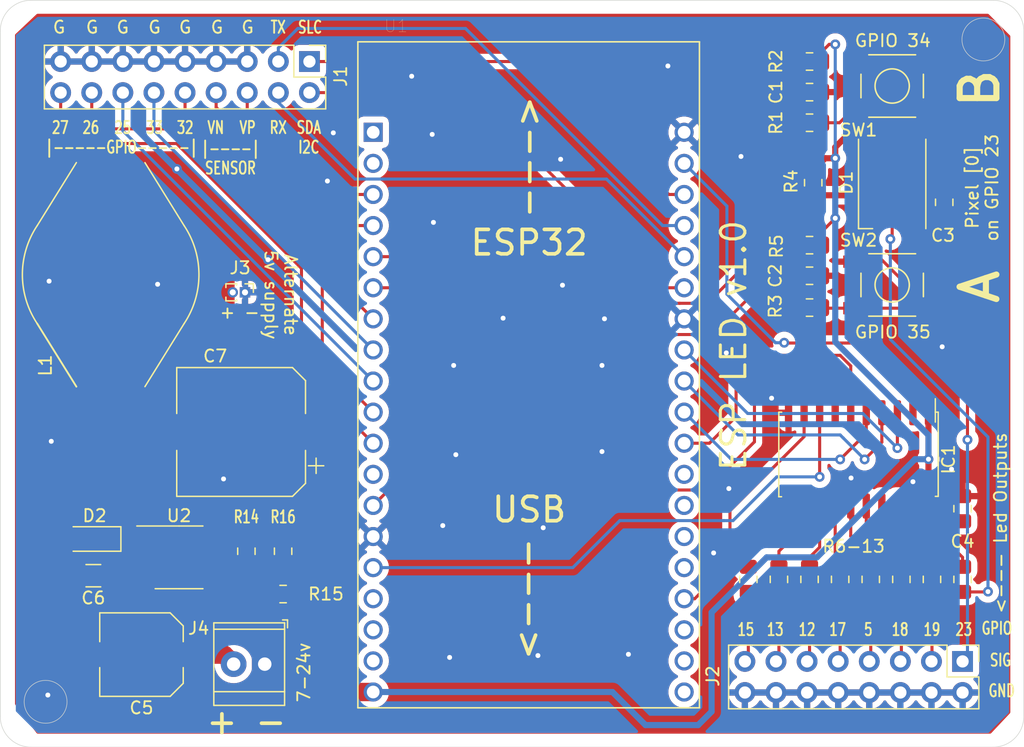
<source format=kicad_pcb>
(kicad_pcb (version 20200119) (host pcbnew "(5.99.0-1157-ga17a78e42)")
  (layers (0 "F.Cu" signal hide) (31 "B.Cu" signal hide) (34 "B.Paste" user) (35 "F.Paste" user) (36 "B.SilkS" user) (37 "F.SilkS" user) (38 "B.Mask" user) (39 "F.Mask" user) (44 "Edge.Cuts" user))
  (net 0 "")
  (net 1 "GND")
  (net 2 "+24V")
  (net 3 "Net-(C6-Pad1)")
  (net 4 "+5V")
  (net 5 "Net-(D1-Pad1)")
  (net 6 "Net-(D1-Pad2)")
  (net 7 "Net-(C3-Pad1)")
  (net 8 "Net-(D1-Pad4)")
  (net 9 "Net-(D2-Pad1)")
  (net 10 "Net-(C1-Pad1)")
  (net 11 "Net-(R1-Pad1)")
  (net 12 "Net-(C2-Pad1)")
  (net 13 "Net-(R3-Pad1)")
  (net 14 "Net-(IC1-Pad18)")
  (net 15 "Net-(J2-Pad3)")
  (net 16 "Net-(IC1-Pad17)")
  (net 17 "Net-(J2-Pad5)")
  (net 18 "Net-(IC1-Pad16)")
  (net 19 "Net-(J2-Pad7)")
  (net 20 "Net-(IC1-Pad15)")
  (net 21 "Net-(J2-Pad9)")
  (net 22 "Net-(IC1-Pad14)")
  (net 23 "Net-(J2-Pad11)")
  (net 24 "Net-(IC1-Pad13)")
  (net 25 "Net-(J2-Pad13)")
  (net 26 "Net-(IC1-Pad12)")
  (net 27 "Net-(J2-Pad15)")
  (net 28 "Net-(IC1-Pad11)")
  (net 29 "Net-(R14-Pad2)")
  (net 30 "Net-(R15-Pad1)")
  (net 31 "Net-(U1-Pad38)")
  (net 32 "Net-(U1-Pad37)")
  (net 33 "Net-(U1-Pad36)")
  (net 34 "Net-(IC1-Pad9)")
  (net 35 "Net-(U1-Pad34)")
  (net 36 "Net-(U1-Pad33)")
  (net 37 "Net-(U1-Pad32)")
  (net 38 "Net-(U1-Pad31)")
  (net 39 "Net-(IC1-Pad6)")
  (net 40 "Net-(IC1-Pad5)")
  (net 41 "Net-(IC1-Pad4)")
  (net 42 "Net-(IC1-Pad3)")
  (net 43 "Net-(J1-Pad16)")
  (net 44 "Net-(J1-Pad18)")
  (net 45 "Net-(IC1-Pad2)")
  (net 46 "Net-(U1-Pad18)")
  (net 47 "Net-(U1-Pad17)")
  (net 48 "Net-(U1-Pad16)")
  (net 49 "Net-(IC1-Pad8)")
  (net 50 "Net-(IC1-Pad7)")
  (net 51 "Net-(J1-Pad14)")
  (net 52 "Net-(J1-Pad12)")
  (net 53 "Net-(J1-Pad10)")
  (net 54 "Net-(J1-Pad8)")
  (net 55 "Net-(J1-Pad6)")
  (net 56 "Net-(J1-Pad4)")
  (net 57 "Net-(J1-Pad2)")
  (net 58 "Net-(U1-Pad2)")
  (net 59 "Net-(U1-Pad1)")
  (net 60 "Net-(U1-Pad12)")
  (net 61 "Net-(J1-Pad3)")
  (net 62 "Net-(J1-Pad1)")
  (module "ESP32-DEVKITC-32D:MODULE_ESP32-DEVKITC-32D" (layer "F.Cu") (at 135.057225 80.04)
    (fp_text reference "U1" (at -10.829175 -28.446045) (layer "F.SilkS") (effects (font (size 1.000386 1.000386) (thickness 0.015))))
    (fp_text value "ESP32-DEVKITC-32D")
    (pad "38" thru_hole circle (at 12.7 25.96) (size 1.56 1.56) (drill 1.04) (layers *.Cu *.Mask) (net 31 "Net-(U1-Pad38)"))
    (pad "37" thru_hole circle (at 12.7 23.42) (size 1.56 1.56) (drill 1.04) (layers *.Cu *.Mask) (net 32 "Net-(U1-Pad37)"))
    (pad "36" thru_hole circle (at 12.7 20.88) (size 1.56 1.56) (drill 1.04) (layers *.Cu *.Mask) (net 33 "Net-(U1-Pad36)"))
    (pad "35" thru_hole circle (at 12.7 18.34) (size 1.56 1.56) (drill 1.04) (layers *.Cu *.Mask) (net 34 "Net-(IC1-Pad9)"))
    (pad "34" thru_hole circle (at 12.7 15.8) (size 1.56 1.56) (drill 1.04) (layers *.Cu *.Mask) (net 35 "Net-(U1-Pad34)"))
    (pad "33" thru_hole circle (at 12.7 13.26) (size 1.56 1.56) (drill 1.04) (layers *.Cu *.Mask) (net 36 "Net-(U1-Pad33)"))
    (pad "32" thru_hole circle (at 12.7 10.72) (size 1.56 1.56) (drill 1.04) (layers *.Cu *.Mask) (net 37 "Net-(U1-Pad32)"))
    (pad "31" thru_hole circle (at 12.7 8.18) (size 1.56 1.56) (drill 1.04) (layers *.Cu *.Mask) (net 38 "Net-(U1-Pad31)"))
    (pad "30" thru_hole circle (at 12.7 5.64) (size 1.56 1.56) (drill 1.04) (layers *.Cu *.Mask) (net 39 "Net-(IC1-Pad6)"))
    (pad "29" thru_hole circle (at 12.7 3.1) (size 1.56 1.56) (drill 1.04) (layers *.Cu *.Mask) (net 40 "Net-(IC1-Pad5)"))
    (pad "28" thru_hole circle (at 12.7 0.56) (size 1.56 1.56) (drill 1.04) (layers *.Cu *.Mask) (net 41 "Net-(IC1-Pad4)"))
    (pad "27" thru_hole circle (at 12.7 -1.98) (size 1.56 1.56) (drill 1.04) (layers *.Cu *.Mask) (net 42 "Net-(IC1-Pad3)"))
    (pad "26" thru_hole circle (at 12.7 -4.52) (size 1.56 1.56) (drill 1.04) (layers *.Cu *.Mask) (net 1 "GND"))
    (pad "25" thru_hole circle (at 12.7 -7.06) (size 1.56 1.56) (drill 1.04) (layers *.Cu *.Mask) (net 57 "Net-(J1-Pad2)"))
    (pad "24" thru_hole circle (at 12.7 -9.6) (size 1.56 1.56) (drill 1.04) (layers *.Cu *.Mask) (net 56 "Net-(J1-Pad4)"))
    (pad "23" thru_hole circle (at 12.7 -12.14) (size 1.56 1.56) (drill 1.04) (layers *.Cu *.Mask) (net 61 "Net-(J1-Pad3)"))
    (pad "22" thru_hole circle (at 12.7 -14.68) (size 1.56 1.56) (drill 1.04) (layers *.Cu *.Mask) (net 62 "Net-(J1-Pad1)"))
    (pad "21" thru_hole circle (at 12.7 -17.22) (size 1.56 1.56) (drill 1.04) (layers *.Cu *.Mask) (net 45 "Net-(IC1-Pad2)"))
    (pad "20" thru_hole circle (at 12.7 -19.76) (size 1.56 1.56) (drill 1.04) (layers *.Cu *.Mask) (net 1 "GND"))
    (pad "18" thru_hole circle (at -12.7 23.42) (size 1.56 1.56) (drill 1.04) (layers *.Cu *.Mask) (net 46 "Net-(U1-Pad18)"))
    (pad "17" thru_hole circle (at -12.7 20.88) (size 1.56 1.56) (drill 1.04) (layers *.Cu *.Mask) (net 47 "Net-(U1-Pad17)"))
    (pad "16" thru_hole circle (at -12.7 18.34) (size 1.56 1.56) (drill 1.04) (layers *.Cu *.Mask) (net 48 "Net-(U1-Pad16)"))
    (pad "15" thru_hole circle (at -12.7 15.8) (size 1.56 1.56) (drill 1.04) (layers *.Cu *.Mask) (net 49 "Net-(IC1-Pad8)"))
    (pad "14" thru_hole circle (at -12.7 13.26) (size 1.56 1.56) (drill 1.04) (layers *.Cu *.Mask) (net 1 "GND"))
    (pad "13" thru_hole circle (at -12.7 10.72) (size 1.56 1.56) (drill 1.04) (layers *.Cu *.Mask) (net 50 "Net-(IC1-Pad7)"))
    (pad "12" thru_hole circle (at -12.7 8.18) (size 1.56 1.56) (drill 1.04) (layers *.Cu *.Mask) (net 60 "Net-(U1-Pad12)"))
    (pad "11" thru_hole circle (at -12.7 5.64) (size 1.56 1.56) (drill 1.04) (layers *.Cu *.Mask) (net 44 "Net-(J1-Pad18)"))
    (pad "10" thru_hole circle (at -12.7 3.1) (size 1.56 1.56) (drill 1.04) (layers *.Cu *.Mask) (net 43 "Net-(J1-Pad16)"))
    (pad "9" thru_hole circle (at -12.7 0.56) (size 1.56 1.56) (drill 1.04) (layers *.Cu *.Mask) (net 51 "Net-(J1-Pad14)"))
    (pad "8" thru_hole circle (at -12.7 -1.98) (size 1.56 1.56) (drill 1.04) (layers *.Cu *.Mask) (net 52 "Net-(J1-Pad12)"))
    (pad "7" thru_hole circle (at -12.7 -4.52) (size 1.56 1.56) (drill 1.04) (layers *.Cu *.Mask) (net 53 "Net-(J1-Pad10)"))
    (pad "6" thru_hole circle (at -12.7 -7.06) (size 1.56 1.56) (drill 1.04) (layers *.Cu *.Mask) (net 12 "Net-(C2-Pad1)"))
    (pad "5" thru_hole circle (at -12.7 -9.6) (size 1.56 1.56) (drill 1.04) (layers *.Cu *.Mask) (net 10 "Net-(C1-Pad1)"))
    (pad "4" thru_hole circle (at -12.7 -12.14) (size 1.56 1.56) (drill 1.04) (layers *.Cu *.Mask) (net 54 "Net-(J1-Pad8)"))
    (pad "3" thru_hole circle (at -12.7 -14.68) (size 1.56 1.56) (drill 1.04) (layers *.Cu *.Mask) (net 55 "Net-(J1-Pad6)"))
    (pad "19" thru_hole circle (at -12.7 25.96) (size 1.56 1.56) (drill 1.04) (layers *.Cu *.Mask) (net 4 "+5V"))
    (pad "2" thru_hole circle (at -12.7 -17.22) (size 1.56 1.56) (drill 1.04) (layers *.Cu *.Mask) (net 58 "Net-(U1-Pad2)"))
    (pad "1" thru_hole rect (at -12.7 -19.76) (size 1.56 1.56) (drill 1.04) (layers *.Cu *.Mask) (net 59 "Net-(U1-Pad1)"))
  )
  (module "74HCD245:SOIC-20W_7.5x10.0mm_P1.27mm" (layer "F.Cu") (at 162 87 -90)
    (fp_text reference "IC1" (at 0 -7.35 90) (layer "F.SilkS"))
    (fp_text value "74HCT245")
    (pad "20" smd roundrect (at 3.81 -5.715 270) (size 2.05 0.6) (layers "F.Cu" "F.Paste" "F.Mask") (net 4 "+5V"))
    (pad "19" smd roundrect (at 3.81 -4.445 270) (size 2.05 0.6) (layers "F.Cu" "F.Paste" "F.Mask") (net 1 "GND"))
    (pad "18" smd roundrect (at 3.81 -3.175 270) (size 2.05 0.6) (layers "F.Cu" "F.Paste" "F.Mask") (net 14 "Net-(IC1-Pad18)"))
    (pad "17" smd roundrect (at 3.81 -1.905 270) (size 2.05 0.6) (layers "F.Cu" "F.Paste" "F.Mask") (net 16 "Net-(IC1-Pad17)"))
    (pad "16" smd roundrect (at 3.81 -0.635 270) (size 2.05 0.6) (layers "F.Cu" "F.Paste" "F.Mask") (net 18 "Net-(IC1-Pad16)"))
    (pad "15" smd roundrect (at 3.81 0.635 270) (size 2.05 0.6) (layers "F.Cu" "F.Paste" "F.Mask") (net 20 "Net-(IC1-Pad15)"))
    (pad "14" smd roundrect (at 3.81 1.905 270) (size 2.05 0.6) (layers "F.Cu" "F.Paste" "F.Mask") (net 22 "Net-(IC1-Pad14)"))
    (pad "13" smd roundrect (at 3.81 3.175 270) (size 2.05 0.6) (layers "F.Cu" "F.Paste" "F.Mask") (net 24 "Net-(IC1-Pad13)"))
    (pad "12" smd roundrect (at 3.81 4.445 270) (size 2.05 0.6) (layers "F.Cu" "F.Paste" "F.Mask") (net 26 "Net-(IC1-Pad12)"))
    (pad "11" smd roundrect (at 3.81 5.715 270) (size 2.05 0.6) (layers "F.Cu" "F.Paste" "F.Mask") (net 28 "Net-(IC1-Pad11)"))
    (pad "10" smd roundrect (at -3.81 5.715 270) (size 2.05 0.6) (layers "F.Cu" "F.Paste" "F.Mask") (net 1 "GND"))
    (pad "9" smd roundrect (at -3.81 4.445 270) (size 2.05 0.6) (layers "F.Cu" "F.Paste" "F.Mask") (net 34 "Net-(IC1-Pad9)"))
    (pad "8" smd roundrect (at -3.81 3.175 270) (size 2.05 0.6) (layers "F.Cu" "F.Paste" "F.Mask") (net 49 "Net-(IC1-Pad8)"))
    (pad "7" smd roundrect (at -3.81 1.905 270) (size 2.05 0.6) (layers "F.Cu" "F.Paste" "F.Mask") (net 50 "Net-(IC1-Pad7)"))
    (pad "6" smd roundrect (at -3.81 0.635 270) (size 2.05 0.6) (layers "F.Cu" "F.Paste" "F.Mask") (net 39 "Net-(IC1-Pad6)"))
    (pad "5" smd roundrect (at -3.81 -0.635 270) (size 2.05 0.6) (layers "F.Cu" "F.Paste" "F.Mask") (net 40 "Net-(IC1-Pad5)"))
    (pad "4" smd roundrect (at -3.81 -1.905 270) (size 2.05 0.6) (layers "F.Cu" "F.Paste" "F.Mask") (net 41 "Net-(IC1-Pad4)"))
    (pad "3" smd roundrect (at -3.81 -3.175 270) (size 2.05 0.6) (layers "F.Cu" "F.Paste" "F.Mask") (net 42 "Net-(IC1-Pad3)"))
    (pad "2" smd roundrect (at -3.81 -4.445 270) (size 2.05 0.6) (layers "F.Cu" "F.Paste" "F.Mask") (net 45 "Net-(IC1-Pad2)"))
    (pad "1" smd roundrect (at -3.81 -5.715 270) (size 2.05 0.6) (layers "F.Cu" "F.Paste" "F.Mask") (net 4 "+5V"))
  )
  (module "Capacitor_SMD:C_Elec_6.3x7.7" (layer "F.Cu") (at 103.4313 102.9462 180)
    (fp_text reference "C5" (at 0 -4.35) (layer "F.SilkS"))
    (fp_text value "100uF")
    (pad "2" smd roundrect (at 2.5375 0 180) (size 3.325 1.6) (layers "F.Cu" "F.Paste" "F.Mask") (roundrect_rratio 0.15625) (net 1 "GND"))
    (pad "1" smd roundrect (at -2.5375 0 180) (size 3.325 1.6) (layers "F.Cu" "F.Paste" "F.Mask") (roundrect_rratio 0.15625) (net 2 "+24V"))
  )
  (module "Inductor_SMD:L_Bourns_SDR1806" (layer "F.Cu") (at 100.9142 71.906 90)
    (fp_text reference "L1" (at -7.4182 -5.334 90) (layer "F.SilkS"))
    (fp_text value "220uH")
    (pad "2" smd rect (at 7.85 0 270) (size 3 2.9) (layers "F.Cu" "F.Paste" "F.Mask") (net 4 "+5V"))
    (pad "1" smd rect (at -7.85 0 90) (size 3 2.9) (layers "F.Cu" "F.Paste" "F.Mask") (net 9 "Net-(D2-Pad1)"))
  )
  (module "Resistor_SMD:R_0805_2012Metric_Pad1.15x1.40mm_HandSolder" (layer "F.Cu") (at 155.5 96.8 -90)
    (fp_text reference "R12" hide)
    (fp_text value "100")
    (pad "2" smd roundrect (at 1.025 0 270) (size 1.15 1.4) (layers "F.Cu" "F.Paste" "F.Mask") (roundrect_rratio 0.217391) (net 25 "Net-(J2-Pad13)"))
    (pad "1" smd roundrect (at -1.025 0 270) (size 1.15 1.4) (layers "F.Cu" "F.Paste" "F.Mask") (roundrect_rratio 0.217391) (net 26 "Net-(IC1-Pad12)"))
  )
  (module "PTS525SM15SMTR2LFS:SW_PTS525SM15SMTR2LFS" (layer "F.Cu") (at 164.75 72.75)
    (fp_text reference "SW2" (at -2.75 -3.65) (layer "F.SilkS"))
    (fp_text value "SW_MEC_5G")
    (pad "4" smd rect (at 3.2 1.9) (size 1.6 1) (layers "F.Cu" "F.Paste" "F.Mask") (net 13 "Net-(R3-Pad1)"))
    (pad "3" smd rect (at -3.2 1.9) (size 1.6 1) (layers "F.Cu" "F.Paste" "F.Mask") (net 13 "Net-(R3-Pad1)"))
    (pad "2" smd rect (at 3.2 -1.9) (size 1.6 1) (layers "F.Cu" "F.Paste" "F.Mask") (net 1 "GND"))
    (pad "1" smd rect (at -3.2 -1.9) (size 1.6 1) (layers "F.Cu" "F.Paste" "F.Mask") (net 1 "GND"))
  )
  (module "PTS525SM15SMTR2LFS:SW_PTS525SM15SMTR2LFS" (layer "F.Cu") (at 164.75 56.5)
    (fp_text reference "SW1" (at -2.75 3.6 180) (layer "F.SilkS"))
    (fp_text value "SW_MEC_5G")
    (pad "4" smd rect (at 3.2 1.9) (size 1.6 1) (layers "F.Cu" "F.Paste" "F.Mask") (net 11 "Net-(R1-Pad1)"))
    (pad "3" smd rect (at -3.2 1.9) (size 1.6 1) (layers "F.Cu" "F.Paste" "F.Mask") (net 11 "Net-(R1-Pad1)"))
    (pad "2" smd rect (at 3.2 -1.9) (size 1.6 1) (layers "F.Cu" "F.Paste" "F.Mask") (net 1 "GND"))
    (pad "1" smd rect (at -3.2 -1.9) (size 1.6 1) (layers "F.Cu" "F.Paste" "F.Mask") (net 1 "GND"))
  )
  (module "Connector_PinHeader_2.54mm:PinHeader_2x08_P2.54mm_Vertical" (layer "F.Cu") (at 170.5 103.5 -90)
    (fp_text reference "J2" (at 1.2 20.4 90) (layer "F.SilkS"))
    (fp_text value "Conn_02x08_Odd_Even")
    (pad "16" thru_hole oval (at 2.54 17.78 270) (size 1.7 1.7) (drill 1) (layers *.Cu *.Mask) (net 1 "GND"))
    (pad "15" thru_hole oval (at 0 17.78 270) (size 1.7 1.7) (drill 1) (layers *.Cu *.Mask) (net 27 "Net-(J2-Pad15)"))
    (pad "14" thru_hole oval (at 2.54 15.24 270) (size 1.7 1.7) (drill 1) (layers *.Cu *.Mask) (net 1 "GND"))
    (pad "13" thru_hole oval (at 0 15.24 270) (size 1.7 1.7) (drill 1) (layers *.Cu *.Mask) (net 25 "Net-(J2-Pad13)"))
    (pad "12" thru_hole oval (at 2.54 12.7 270) (size 1.7 1.7) (drill 1) (layers *.Cu *.Mask) (net 1 "GND"))
    (pad "11" thru_hole oval (at 0 12.7 270) (size 1.7 1.7) (drill 1) (layers *.Cu *.Mask) (net 23 "Net-(J2-Pad11)"))
    (pad "10" thru_hole oval (at 2.54 10.16 270) (size 1.7 1.7) (drill 1) (layers *.Cu *.Mask) (net 1 "GND"))
    (pad "9" thru_hole oval (at 0 10.16 270) (size 1.7 1.7) (drill 1) (layers *.Cu *.Mask) (net 21 "Net-(J2-Pad9)"))
    (pad "8" thru_hole oval (at 2.54 7.62 270) (size 1.7 1.7) (drill 1) (layers *.Cu *.Mask) (net 1 "GND"))
    (pad "7" thru_hole oval (at 0 7.62 270) (size 1.7 1.7) (drill 1) (layers *.Cu *.Mask) (net 19 "Net-(J2-Pad7)"))
    (pad "6" thru_hole oval (at 2.54 5.08 270) (size 1.7 1.7) (drill 1) (layers *.Cu *.Mask) (net 1 "GND"))
    (pad "5" thru_hole oval (at 0 5.08 270) (size 1.7 1.7) (drill 1) (layers *.Cu *.Mask) (net 17 "Net-(J2-Pad5)"))
    (pad "4" thru_hole oval (at 2.54 2.54 270) (size 1.7 1.7) (drill 1) (layers *.Cu *.Mask) (net 1 "GND"))
    (pad "3" thru_hole oval (at 0 2.54 270) (size 1.7 1.7) (drill 1) (layers *.Cu *.Mask) (net 15 "Net-(J2-Pad3)"))
    (pad "2" thru_hole oval (at 2.54 0 270) (size 1.7 1.7) (drill 1) (layers *.Cu *.Mask) (net 1 "GND"))
    (pad "1" thru_hole rect (at 0 0 270) (size 1.7 1.7) (drill 1) (layers *.Cu *.Mask) (net 5 "Net-(D1-Pad1)"))
  )
  (module "Connector_PinHeader_2.54mm:PinHeader_2x09_P2.54mm_Vertical" (layer "F.Cu") (at 117.15 54.5 -90)
    (fp_text reference "J1" (at 1.2 -2.55 -90) (layer "F.SilkS"))
    (fp_text value "Conn_02x09_Odd_Even")
    (pad "18" thru_hole oval (at 2.54 20.32 270) (size 1.7 1.7) (drill 1) (layers *.Cu *.Mask) (net 44 "Net-(J1-Pad18)"))
    (pad "17" thru_hole oval (at 0 20.32 270) (size 1.7 1.7) (drill 1) (layers *.Cu *.Mask) (net 1 "GND"))
    (pad "16" thru_hole oval (at 2.54 17.78 270) (size 1.7 1.7) (drill 1) (layers *.Cu *.Mask) (net 43 "Net-(J1-Pad16)"))
    (pad "15" thru_hole oval (at 0 17.78 270) (size 1.7 1.7) (drill 1) (layers *.Cu *.Mask) (net 1 "GND"))
    (pad "14" thru_hole oval (at 2.54 15.24 270) (size 1.7 1.7) (drill 1) (layers *.Cu *.Mask) (net 51 "Net-(J1-Pad14)"))
    (pad "13" thru_hole oval (at 0 15.24 270) (size 1.7 1.7) (drill 1) (layers *.Cu *.Mask) (net 1 "GND"))
    (pad "12" thru_hole oval (at 2.54 12.7 270) (size 1.7 1.7) (drill 1) (layers *.Cu *.Mask) (net 52 "Net-(J1-Pad12)"))
    (pad "11" thru_hole oval (at 0 12.7 270) (size 1.7 1.7) (drill 1) (layers *.Cu *.Mask) (net 1 "GND"))
    (pad "10" thru_hole oval (at 2.54 10.16 270) (size 1.7 1.7) (drill 1) (layers *.Cu *.Mask) (net 53 "Net-(J1-Pad10)"))
    (pad "9" thru_hole oval (at 0 10.16 270) (size 1.7 1.7) (drill 1) (layers *.Cu *.Mask) (net 1 "GND"))
    (pad "8" thru_hole oval (at 2.54 7.62 270) (size 1.7 1.7) (drill 1) (layers *.Cu *.Mask) (net 54 "Net-(J1-Pad8)"))
    (pad "7" thru_hole oval (at 0 7.62 270) (size 1.7 1.7) (drill 1) (layers *.Cu *.Mask) (net 1 "GND"))
    (pad "6" thru_hole oval (at 2.54 5.08 270) (size 1.7 1.7) (drill 1) (layers *.Cu *.Mask) (net 55 "Net-(J1-Pad6)"))
    (pad "5" thru_hole oval (at 0 5.08 270) (size 1.7 1.7) (drill 1) (layers *.Cu *.Mask) (net 1 "GND"))
    (pad "4" thru_hole oval (at 2.54 2.54 270) (size 1.7 1.7) (drill 1) (layers *.Cu *.Mask) (net 56 "Net-(J1-Pad4)"))
    (pad "3" thru_hole oval (at 0 2.54 270) (size 1.7 1.7) (drill 1) (layers *.Cu *.Mask) (net 61 "Net-(J1-Pad3)"))
    (pad "2" thru_hole oval (at 2.54 0 270) (size 1.7 1.7) (drill 1) (layers *.Cu *.Mask) (net 57 "Net-(J1-Pad2)"))
    (pad "1" thru_hole rect (at 0 0 270) (size 1.7 1.7) (drill 1) (layers *.Cu *.Mask) (net 62 "Net-(J1-Pad1)"))
  )
  (module "Capacitor_SMD:C_0805_2012Metric_Pad1.15x1.40mm_HandSolder" (layer "F.Cu") (at 170.5 91.025 90)
    (fp_text reference "C4" (at -2.675 0 180) (layer "F.SilkS"))
    (fp_text value "1uF")
    (pad "2" smd roundrect (at 1.025 0 90) (size 1.15 1.4) (layers "F.Cu" "F.Paste" "F.Mask") (roundrect_rratio 0.217391) (net 1 "GND"))
    (pad "1" smd roundrect (at -1.025 0 90) (size 1.15 1.4) (layers "F.Cu" "F.Paste" "F.Mask") (roundrect_rratio 0.217391) (net 4 "+5V"))
  )
  (module "Capacitor_SMD:C_0805_2012Metric_Pad1.15x1.40mm_HandSolder" (layer "F.Cu") (at 169 66 90)
    (fp_text reference "C3" (at -2.7 -0.1 180) (layer "F.SilkS"))
    (fp_text value "0.1µF")
    (pad "2" smd roundrect (at 1.025 0 90) (size 1.15 1.4) (layers "F.Cu" "F.Paste" "F.Mask") (roundrect_rratio 0.217391) (net 1 "GND"))
    (pad "1" smd roundrect (at -1.025 0 90) (size 1.15 1.4) (layers "F.Cu" "F.Paste" "F.Mask") (roundrect_rratio 0.217391) (net 7 "Net-(C3-Pad1)"))
  )
  (module "Capacitor_SMD:C_0805_2012Metric_Pad1.15x1.40mm_HandSolder" (layer "F.Cu") (at 158 72)
    (fp_text reference "C2" (at -2.8 0 90) (layer "F.SilkS"))
    (fp_text value "0.1µF")
    (pad "2" smd roundrect (at 1.025 0) (size 1.15 1.4) (layers "F.Cu" "F.Paste" "F.Mask") (roundrect_rratio 0.217391) (net 1 "GND"))
    (pad "1" smd roundrect (at -1.025 0) (size 1.15 1.4) (layers "F.Cu" "F.Paste" "F.Mask") (roundrect_rratio 0.217391) (net 12 "Net-(C2-Pad1)"))
  )
  (module "Capacitor_SMD:C_0805_2012Metric_Pad1.15x1.40mm_HandSolder" (layer "F.Cu") (at 158 57)
    (fp_text reference "C1" (at -2.75 0 270) (layer "F.SilkS"))
    (fp_text value "0.1µF")
    (pad "2" smd roundrect (at 1.025 0) (size 1.15 1.4) (layers "F.Cu" "F.Paste" "F.Mask") (roundrect_rratio 0.217391) (net 1 "GND"))
    (pad "1" smd roundrect (at -1.025 0) (size 1.15 1.4) (layers "F.Cu" "F.Paste" "F.Mask") (roundrect_rratio 0.217391) (net 10 "Net-(C1-Pad1)"))
  )
  (module "TerminalBlock_TE-Connectivity:TerminalBlock_TE_282834-2_1x02_P2.54mm_Horizontal" (layer "F.Cu") (at 113.5 103.7228 180)
    (fp_text reference "J4" (at 5.4 2.9228) (layer "F.SilkS"))
    (fp_text value "24V Screw Term")
    (pad "2" thru_hole circle (at 2.54 0 180) (size 2.1 2.1) (drill 1.1) (layers *.Cu *.Mask) (net 2 "+24V"))
    (pad "1" thru_hole rect (at 0 0 180) (size 2.1 2.1) (drill 1.1) (layers *.Cu *.Mask) (net 1 "GND"))
  )
  (module "Package_SO:SOIC-8_3.9x4.9mm_P1.27mm" (layer "F.Cu") (at 106.5 95)
    (fp_text reference "U2" (at 0 -3.4) (layer "F.SilkS"))
    (fp_text value "MC33063AD")
    (pad "8" smd roundrect (at 2.475 -1.905) (size 1.95 0.6) (layers "F.Cu" "F.Paste" "F.Mask") (net 29 "Net-(R14-Pad2)"))
    (pad "7" smd roundrect (at 2.475 -0.635) (size 1.95 0.6) (layers "F.Cu" "F.Paste" "F.Mask") (net 29 "Net-(R14-Pad2)"))
    (pad "6" smd roundrect (at 2.475 0.635) (size 1.95 0.6) (layers "F.Cu" "F.Paste" "F.Mask") (net 2 "+24V"))
    (pad "5" smd roundrect (at 2.475 1.905) (size 1.95 0.6) (layers "F.Cu" "F.Paste" "F.Mask") (net 30 "Net-(R15-Pad1)"))
    (pad "4" smd roundrect (at -2.475 1.905) (size 1.95 0.6) (layers "F.Cu" "F.Paste" "F.Mask") (net 1 "GND"))
    (pad "3" smd roundrect (at -2.475 0.635) (size 1.95 0.6) (layers "F.Cu" "F.Paste" "F.Mask") (net 3 "Net-(C6-Pad1)"))
    (pad "2" smd roundrect (at -2.475 -0.635) (size 1.95 0.6) (layers "F.Cu" "F.Paste" "F.Mask") (net 9 "Net-(D2-Pad1)"))
    (pad "1" smd roundrect (at -2.475 -1.905) (size 1.95 0.6) (layers "F.Cu" "F.Paste" "F.Mask") (net 29 "Net-(R14-Pad2)"))
  )
  (module "Resistor_SMD:R_0805_2012Metric_Pad1.15x1.40mm_HandSolder" (layer "F.Cu") (at 115 94.5 90)
    (fp_text reference "R16" (at 2.8 0) (layer "F.SilkS") (effects (font (size 1 0.7))))
    (fp_text value "3.8K")
    (pad "2" smd roundrect (at 1.025 0 90) (size 1.15 1.4) (layers "F.Cu" "F.Paste" "F.Mask") (roundrect_rratio 0.217391) (net 4 "+5V"))
    (pad "1" smd roundrect (at -1.025 0 90) (size 1.15 1.4) (layers "F.Cu" "F.Paste" "F.Mask") (roundrect_rratio 0.217391) (net 30 "Net-(R15-Pad1)"))
  )
  (module "Resistor_SMD:R_0805_2012Metric_Pad1.15x1.40mm_HandSolder" (layer "F.Cu") (at 115 98)
    (fp_text reference "R15" (at 3.5 0) (layer "F.SilkS"))
    (fp_text value "1.2K")
    (pad "2" smd roundrect (at 1.025 0) (size 1.15 1.4) (layers "F.Cu" "F.Paste" "F.Mask") (roundrect_rratio 0.217391) (net 1 "GND"))
    (pad "1" smd roundrect (at -1.025 0) (size 1.15 1.4) (layers "F.Cu" "F.Paste" "F.Mask") (roundrect_rratio 0.217391) (net 30 "Net-(R15-Pad1)"))
  )
  (module "Resistor_SMD:R_0805_2012Metric_Pad1.15x1.40mm_HandSolder" (layer "F.Cu") (at 112 94.5 90)
    (fp_text reference "R14" (at 2.8 0 180) (layer "F.SilkS") (effects (font (size 1 0.7))))
    (fp_text value "0.33 ohms")
    (pad "2" smd roundrect (at 1.025 0 90) (size 1.15 1.4) (layers "F.Cu" "F.Paste" "F.Mask") (roundrect_rratio 0.217391) (net 29 "Net-(R14-Pad2)"))
    (pad "1" smd roundrect (at -1.025 0 90) (size 1.15 1.4) (layers "F.Cu" "F.Paste" "F.Mask") (roundrect_rratio 0.217391) (net 2 "+24V"))
  )
  (module "Resistor_SMD:R_0805_2012Metric_Pad1.15x1.40mm_HandSolder" (layer "F.Cu") (at 153 96.8 -90)
    (fp_text reference "R13" hide)
    (fp_text value "100")
    (pad "2" smd roundrect (at 1.025 0 270) (size 1.15 1.4) (layers "F.Cu" "F.Paste" "F.Mask") (roundrect_rratio 0.217391) (net 27 "Net-(J2-Pad15)"))
    (pad "1" smd roundrect (at -1.025 0 270) (size 1.15 1.4) (layers "F.Cu" "F.Paste" "F.Mask") (roundrect_rratio 0.217391) (net 28 "Net-(IC1-Pad11)"))
  )
  (module "Resistor_SMD:R_0805_2012Metric_Pad1.15x1.40mm_HandSolder" (layer "F.Cu") (at 158 96.8 -90)
    (fp_text reference "R11" hide)
    (fp_text value "100")
    (pad "2" smd roundrect (at 1.025 0 270) (size 1.15 1.4) (layers "F.Cu" "F.Paste" "F.Mask") (roundrect_rratio 0.217391) (net 23 "Net-(J2-Pad11)"))
    (pad "1" smd roundrect (at -1.025 0 270) (size 1.15 1.4) (layers "F.Cu" "F.Paste" "F.Mask") (roundrect_rratio 0.217391) (net 24 "Net-(IC1-Pad13)"))
  )
  (module "Resistor_SMD:R_0805_2012Metric_Pad1.15x1.40mm_HandSolder" (layer "F.Cu") (at 160.5 96.8 -90)
    (fp_text reference "R10" hide)
    (fp_text value "100")
    (pad "2" smd roundrect (at 1.025 0 270) (size 1.15 1.4) (layers "F.Cu" "F.Paste" "F.Mask") (roundrect_rratio 0.217391) (net 21 "Net-(J2-Pad9)"))
    (pad "1" smd roundrect (at -1.025 0 270) (size 1.15 1.4) (layers "F.Cu" "F.Paste" "F.Mask") (roundrect_rratio 0.217391) (net 22 "Net-(IC1-Pad14)"))
  )
  (module "Resistor_SMD:R_0805_2012Metric_Pad1.15x1.40mm_HandSolder" (layer "F.Cu") (at 163 96.8 -90)
    (fp_text reference "R9" hide)
    (fp_text value "100")
    (pad "2" smd roundrect (at 1.025 0 270) (size 1.15 1.4) (layers "F.Cu" "F.Paste" "F.Mask") (roundrect_rratio 0.217391) (net 19 "Net-(J2-Pad7)"))
    (pad "1" smd roundrect (at -1.025 0 270) (size 1.15 1.4) (layers "F.Cu" "F.Paste" "F.Mask") (roundrect_rratio 0.217391) (net 20 "Net-(IC1-Pad15)"))
  )
  (module "Resistor_SMD:R_0805_2012Metric_Pad1.15x1.40mm_HandSolder" (layer "F.Cu") (at 165.5 96.8 -90)
    (fp_text reference "R8" hide)
    (fp_text value "100")
    (pad "2" smd roundrect (at 1.025 0 270) (size 1.15 1.4) (layers "F.Cu" "F.Paste" "F.Mask") (roundrect_rratio 0.217391) (net 17 "Net-(J2-Pad5)"))
    (pad "1" smd roundrect (at -1.025 0 270) (size 1.15 1.4) (layers "F.Cu" "F.Paste" "F.Mask") (roundrect_rratio 0.217391) (net 18 "Net-(IC1-Pad16)"))
  )
  (module "Resistor_SMD:R_0805_2012Metric_Pad1.15x1.40mm_HandSolder" (layer "F.Cu") (at 168 96.8 -90)
    (fp_text reference "R7" hide)
    (fp_text value "100")
    (pad "2" smd roundrect (at 1.025 0 270) (size 1.15 1.4) (layers "F.Cu" "F.Paste" "F.Mask") (roundrect_rratio 0.217391) (net 15 "Net-(J2-Pad3)"))
    (pad "1" smd roundrect (at -1.025 0 270) (size 1.15 1.4) (layers "F.Cu" "F.Paste" "F.Mask") (roundrect_rratio 0.217391) (net 16 "Net-(IC1-Pad17)"))
  )
  (module "Resistor_SMD:R_0805_2012Metric_Pad1.15x1.40mm_HandSolder" (layer "F.Cu") (at 170.5 96.8 -90)
    (fp_text reference "R6" hide)
    (fp_text value "100")
    (pad "2" smd roundrect (at 1.025 0 270) (size 1.15 1.4) (layers "F.Cu" "F.Paste" "F.Mask") (roundrect_rratio 0.217391) (net 6 "Net-(D1-Pad2)"))
    (pad "1" smd roundrect (at -1.025 0 270) (size 1.15 1.4) (layers "F.Cu" "F.Paste" "F.Mask") (roundrect_rratio 0.217391) (net 14 "Net-(IC1-Pad18)"))
  )
  (module "Resistor_SMD:R_0805_2012Metric_Pad1.15x1.40mm_HandSolder" (layer "F.Cu") (at 158 69.5 180)
    (fp_text reference "R5" (at 2.7 -0.1 90) (layer "F.SilkS"))
    (fp_text value "10k")
    (pad "2" smd roundrect (at 1.025 0 180) (size 1.15 1.4) (layers "F.Cu" "F.Paste" "F.Mask") (roundrect_rratio 0.217391) (net 12 "Net-(C2-Pad1)"))
    (pad "1" smd roundrect (at -1.025 0 180) (size 1.15 1.4) (layers "F.Cu" "F.Paste" "F.Mask") (roundrect_rratio 0.217391) (net 4 "+5V"))
  )
  (module "Resistor_SMD:R_0805_2012Metric_Pad1.15x1.40mm_HandSolder" (layer "F.Cu") (at 158.3 64.4 -90)
    (fp_text reference "R4" (at -0.1 1.8 90) (layer "F.SilkS"))
    (fp_text value "150")
    (pad "2" smd roundrect (at 1.025 0 270) (size 1.15 1.4) (layers "F.Cu" "F.Paste" "F.Mask") (roundrect_rratio 0.217391) (net 7 "Net-(C3-Pad1)"))
    (pad "1" smd roundrect (at -1.025 0 270) (size 1.15 1.4) (layers "F.Cu" "F.Paste" "F.Mask") (roundrect_rratio 0.217391) (net 4 "+5V"))
  )
  (module "Resistor_SMD:R_0805_2012Metric_Pad1.15x1.40mm_HandSolder" (layer "F.Cu") (at 158 74.6 180)
    (fp_text reference "R3" (at 2.8 0.1 90) (layer "F.SilkS"))
    (fp_text value "1k")
    (pad "2" smd roundrect (at 1.025 0 180) (size 1.15 1.4) (layers "F.Cu" "F.Paste" "F.Mask") (roundrect_rratio 0.217391) (net 12 "Net-(C2-Pad1)"))
    (pad "1" smd roundrect (at -1.025 0 180) (size 1.15 1.4) (layers "F.Cu" "F.Paste" "F.Mask") (roundrect_rratio 0.217391) (net 13 "Net-(R3-Pad1)"))
  )
  (module "Resistor_SMD:R_0805_2012Metric_Pad1.15x1.40mm_HandSolder" (layer "F.Cu") (at 158 54.5 180)
    (fp_text reference "R2" (at 2.75 0 90) (layer "F.SilkS"))
    (fp_text value "10k")
    (pad "2" smd roundrect (at 1.025 0 180) (size 1.15 1.4) (layers "F.Cu" "F.Paste" "F.Mask") (roundrect_rratio 0.217391) (net 10 "Net-(C1-Pad1)"))
    (pad "1" smd roundrect (at -1.025 0 180) (size 1.15 1.4) (layers "F.Cu" "F.Paste" "F.Mask") (roundrect_rratio 0.217391) (net 4 "+5V"))
  )
  (module "Resistor_SMD:R_0805_2012Metric_Pad1.15x1.40mm_HandSolder" (layer "F.Cu") (at 158 59.5 180)
    (fp_text reference "R1" (at 2.75 0 270) (layer "F.SilkS"))
    (fp_text value "1k")
    (pad "2" smd roundrect (at 1.025 0 180) (size 1.15 1.4) (layers "F.Cu" "F.Paste" "F.Mask") (roundrect_rratio 0.217391) (net 10 "Net-(C1-Pad1)"))
    (pad "1" smd roundrect (at -1.025 0 180) (size 1.15 1.4) (layers "F.Cu" "F.Paste" "F.Mask") (roundrect_rratio 0.217391) (net 11 "Net-(R1-Pad1)"))
  )
  (module "Connector_PinHeader_1.00mm:PinHeader_1x02_P1.00mm_Vertical" (layer "F.Cu") (at 111.887 73.3552 -90)
    (fp_text reference "J3" (at -2 0.4 180) (layer "F.SilkS"))
    (fp_text value "5V Pwr Conn")
    (pad "2" thru_hole oval (at 0 1 270) (size 0.85 0.85) (drill 0.5) (layers *.Cu *.Mask) (net 4 "+5V"))
    (pad "1" thru_hole rect (at 0 0 270) (size 0.85 0.85) (drill 0.5) (layers *.Cu *.Mask) (net 1 "GND"))
  )
  (module "Diode_SMD:D_SOD-123" (layer "F.Cu") (at 99.5 93.5 180)
    (fp_text reference "D2" (at -0.1 1.9) (layer "F.SilkS"))
    (fp_text value "1N5819")
    (pad "2" smd rect (at 1.65 0 180) (size 0.9 1.2) (layers "F.Cu" "F.Paste" "F.Mask") (net 1 "GND"))
    (pad "1" smd rect (at -1.65 0 180) (size 0.9 1.2) (layers "F.Cu" "F.Paste" "F.Mask") (net 9 "Net-(D2-Pad1)"))
  )
  (module "LED_SMD:LED_WS2812_PLCC6_5.0x5.0mm_P1.6mm" (layer "F.Cu") (at 164.75 64.5 90)
    (fp_text reference "D1" (at 0.1 -3.75 90) (layer "F.SilkS"))
    (fp_text value "WS2812")
    (pad "1" smd rect (at -2.45 -1.6 90) (size 1.5 1) (layers "F.Cu" "F.Paste" "F.Mask") (net 5 "Net-(D1-Pad1)"))
    (pad "2" smd rect (at -2.45 0 90) (size 1.5 1) (layers "F.Cu" "F.Paste" "F.Mask") (net 6 "Net-(D1-Pad2)"))
    (pad "3" smd rect (at -2.45 1.6 90) (size 1.5 1) (layers "F.Cu" "F.Paste" "F.Mask") (net 7 "Net-(C3-Pad1)"))
    (pad "6" smd rect (at 2.45 -1.6 90) (size 1.5 1) (layers "F.Cu" "F.Paste" "F.Mask") (net 1 "GND"))
    (pad "5" smd rect (at 2.45 0 90) (size 1.5 1) (layers "F.Cu" "F.Paste" "F.Mask") (net 4 "+5V"))
    (pad "4" smd rect (at 2.45 1.6 90) (size 1.5 1) (layers "F.Cu" "F.Paste" "F.Mask") (net 8 "Net-(D1-Pad4)"))
  )
  (module "Capacitor_SMD:CP_Elec_10x10" (layer "F.Cu") (at 111.57 84.7598 180)
    (fp_text reference "C7" (at 2.1214 6.1976) (layer "F.SilkS"))
    (fp_text value "220uF")
    (pad "2" smd roundrect (at 4 0 180) (size 4 2.5) (layers "F.Cu" "F.Paste" "F.Mask") (roundrect_rratio 0.1) (net 1 "GND"))
    (pad "1" smd roundrect (at -4 0 180) (size 4 2.5) (layers "F.Cu" "F.Paste" "F.Mask") (roundrect_rratio 0.1) (net 4 "+5V"))
  )
  (module "Capacitor_SMD:C_1206_3216Metric_Pad1.42x1.75mm_HandSolder" (layer "F.Cu") (at 99.5 96.5 180)
    (fp_text reference "C6" (at 0 -1.82) (layer "F.SilkS"))
    (fp_text value "470pF")
    (pad "2" smd roundrect (at 1.4875 0 180) (size 1.425 1.75) (layers "F.Cu" "F.Paste" "F.Mask") (roundrect_rratio 0.175439) (net 1 "GND"))
    (pad "1" smd roundrect (at -1.4875 0 180) (size 1.425 1.75) (layers "F.Cu" "F.Paste" "F.Mask") (roundrect_rratio 0.175439) (net 3 "Net-(C6-Pad1)"))
  )
  (gr_text "ESP32" (at 135.1 69.3) (layer "F.SilkS") (effects (font (size 2 2) (thickness 0.3))))
  (gr_text "--->" (at 135 62.3 90) (layer "F.SilkS") (effects (font (size 2 2) (thickness 0.3))))
  (gr_text "--->" (at 135.2 98.4 270) (layer "F.SilkS") (effects (font (size 2 2) (thickness 0.3))))
  (gr_text "USB" (at 135.1 91.1) (layer "F.SilkS") (effects (font (size 2 2) (thickness 0.3))))
  (gr_circle (center 172.2 52.7) (end 173.95 52.7) (layer "Edge.Cuts") (width 0.05))
  (gr_circle (center 95.6 106.8) (end 97.35 106.8) (layer "Edge.Cuts") (width 0.05))
  (gr_text "B" (at 171.9 56.7 90) (layer "F.SilkS") (effects (font (size 3 3) (thickness 0.5))))
  (gr_text "A" (at 171.9 72.9 90) (layer "F.SilkS") (effects (font (size 3 3) (thickness 0.5))))
  (gr_line (start 94.4 49.5) (end 173 49.5) (layer "Edge.Cuts") (width 0.05))
  (gr_line (start 91.9 108) (end 91.9 52) (layer "Edge.Cuts") (width 0.05))
  (gr_line (start 173 110.5) (end 94.4 110.5) (layer "Edge.Cuts") (width 0.05))
  (gr_line (start 175.5 52) (end 175.5 108) (layer "Edge.Cuts") (width 0.05))
  (gr_text "+ -" (at 111.4552 74.9808) (layer "F.SilkS") (effects (font (size 1 1))))
  (gr_text "Alternate\n5v supply" (at 114.808 73.5584 270) (layer "F.SilkS") (effects (font (size 1 1))))
  (gr_text "7-24v" (at 116.7 104.4 90) (layer "F.SilkS") (effects (font (size 1 1))))
  (gr_text "+ -" (at 112 108.4) (layer "F.SilkS") (effects (font (size 2 2) (thickness 0.3))))
  (gr_text "GPIO" (at 173.3 100.8) (layer "F.SilkS") (effects (font (size 1 0.7))))
  (gr_text "Pixel [0]\non GPIO 23" (at 172.1 64.8 90) (layer "F.SilkS") (effects (font (size 1 1))))
  (gr_text "GPIO 35" (at 164.8 76.6) (layer "F.SilkS") (effects (font (size 1 1))))
  (gr_text "GPIO 34" (at 164.8 52.8) (layer "F.SilkS") (effects (font (size 1 1))))
  (gr_text "<--- Led Outputs" (at 173.6 92.2 90) (layer "F.SilkS") (effects (font (size 1 1))))
  (gr_text "15" (at 152.8 100.9) (layer "F.SilkS") (effects (font (size 1 0.7))))
  (gr_text "23" (at 170.6 100.9) (layer "F.SilkS") (effects (font (size 1 0.7))))
  (gr_text "19" (at 168 100.9) (layer "F.SilkS") (effects (font (size 1 0.7))))
  (gr_text "18" (at 165.4 100.9) (layer "F.SilkS") (effects (font (size 1 0.7))))
  (gr_text "5" (at 162.8 100.9) (layer "F.SilkS") (effects (font (size 1 0.7))))
  (gr_text "17" (at 160.3 100.9) (layer "F.SilkS") (effects (font (size 1 0.7))))
  (gr_text "12" (at 157.8 100.9) (layer "F.SilkS") (effects (font (size 1 0.7))))
  (gr_text "13" (at 155.2 100.9) (layer "F.SilkS") (effects (font (size 1 0.7))))
  (gr_text "|-----GPIO-----|" (at 101.8 61.5) (layer "F.SilkS") (effects (font (size 1 0.7))))
  (gr_text "27" (at 96.8 59.9) (layer "F.SilkS") (effects (font (size 1 0.7))))
  (gr_text "26" (at 99.3 59.9) (layer "F.SilkS") (effects (font (size 1 0.7))))
  (gr_text "25" (at 101.9 59.9) (layer "F.SilkS") (effects (font (size 1 0.7))))
  (gr_text "33" (at 104.5 59.9) (layer "F.SilkS") (effects (font (size 1 0.7))))
  (gr_text "32" (at 107 59.9) (layer "F.SilkS") (effects (font (size 1 0.7))))
  (gr_text "|----|\nSENSOR\n" (at 110.7 62.4) (layer "F.SilkS") (effects (font (size 1 0.7))))
  (gr_text "VN" (at 109.5 59.9) (layer "F.SilkS") (effects (font (size 1 0.7))))
  (gr_text "VP" (at 112.1 59.9) (layer "F.SilkS") (effects (font (size 1 0.7))))
  (gr_text "SDA\nI2C" (at 117.1 60.7) (layer "F.SilkS") (effects (font (size 1 0.7))))
  (gr_text "SLC" (at 117.2 51.7) (layer "F.SilkS") (effects (font (size 1 0.7))))
  (gr_text "RX" (at 114.6 59.9) (layer "F.SilkS") (effects (font (size 1 0.7))))
  (gr_text "TX" (at 114.6 51.7) (layer "F.SilkS") (effects (font (size 1 0.7))))
  (gr_text "G" (at 112.1 51.7) (layer "F.SilkS") (effects (font (size 1 1))))
  (gr_text "G" (at 109.6 51.7) (layer "F.SilkS") (effects (font (size 1 1))))
  (gr_text "G" (at 107 51.7) (layer "F.SilkS") (effects (font (size 1 1))))
  (gr_text "G" (at 104.5 51.7) (layer "F.SilkS") (effects (font (size 1 1))))
  (gr_text "G" (at 101.9 51.7) (layer "F.SilkS") (effects (font (size 1 1))))
  (gr_text "G" (at 99.4 51.7) (layer "F.SilkS") (effects (font (size 1 1))))
  (gr_text "G" (at 96.7 51.7) (layer "F.SilkS") (effects (font (size 1 1))))
  (gr_text "R6-13" (at 161.6 94.1) (layer "F.SilkS") (effects (font (size 1 1))))
  (gr_text "GND" (at 173.7 105.9) (layer "F.SilkS") (effects (font (size 1 0.7))))
  (gr_text "SIG\n" (at 173.6 103.4) (layer "F.SilkS") (effects (font (size 1 0.7))))
  (gr_arc (start 94.4 108) (end 91.9 108) (angle -90) (layer "Edge.Cuts") (width 0.05))
  (gr_arc (start 173 108) (end 173 110.5) (angle -90) (layer "Edge.Cuts") (width 0.05))
  (gr_arc (start 173 52) (end 175.5 52) (angle -90) (layer "Edge.Cuts") (width 0.05))
  (gr_arc (start 94.4 52) (end 94.4 49.5) (angle -90) (layer "Edge.Cuts") (width 0.05))
  (gr_text "ESP LED v1.0" (at 151.8 77.7 90) (layer "F.SilkS") (effects (font (size 2 2) (thickness 0.25))))
  (via (at 95.7834 106.2482) (size 0.8) (drill 0.4) (layers "F.Cu" "B.Cu") (net 1))
  (segment (start 110.1834 102.9462) (end 110.96 103.7228) (width 1.5) (layer "F.Cu") (net 2))
  (segment (start 107.365 95.635) (end 106.807 96.193) (width 1) (layer "F.Cu") (net 2))
  (segment (start 106.807 96.193) (end 106.807 102.108) (width 1) (layer "F.Cu") (net 2))
  (segment (start 106.807 102.108) (end 105.9688 102.9462) (width 1) (layer "F.Cu") (net 2))
  (segment (start 105.9688 102.9462) (end 110.1834 102.9462) (width 1.5) (layer "F.Cu") (net 2))
  (segment (start 115 93.475) (end 115 85.3298) (width 1.5) (layer "F.Cu") (net 4))
  (segment (start 115 85.3298) (end 115.57 84.7598) (width 1) (layer "F.Cu") (net 4))
  (segment (start 100.9142 64.056) (end 101.902 64.056) (width 1.5) (layer "F.Cu") (net 4))
  (segment (start 101.902 64.056) (end 110.2868 72.4408) (width 1.5) (layer "F.Cu") (net 4))
  (segment (start 110.2868 72.4408) (end 110.2868 79.4766) (width 1.5) (layer "F.Cu") (net 4))
  (segment (start 110.2868 79.4766) (end 115.57 84.7598) (width 1.5) (layer "F.Cu") (net 4))
  (segment (start 101.15 93.5) (end 101.15 79.9918) (width 1.5) (layer "F.Cu") (net 9))
  (segment (start 101.15 79.9918) (end 100.9142 79.756) (width 1.5) (layer "F.Cu") (net 9))
  (segment (start 160.5 97.825) (end 160.5 100.025) (width 0.25) (layer "F.Cu") (net 21))
  (segment (start 163 97.825) (end 163 100.025) (width 0.25) (layer "F.Cu") (net 19))
  (segment (start 165.5 97.825) (end 165.5 100.025) (width 0.25) (layer "F.Cu") (net 17))
  (segment (start 168 97.825) (end 168 100.025) (width 0.25) (layer "F.Cu") (net 15))
  (segment (start 170.5 97.825) (end 172.55 97.825) (width 0.25) (layer "F.Cu") (net 6))
  (segment (start 172.55 97.825) (end 172.575 97.8) (width 0.25) (layer "F.Cu") (net 6))
  (segment (start 172.575 85.175) (end 172.575 97.8) (width 0.25) (layer "B.Cu") (net 6))
  (segment (start 166.1 93.5) (end 169 93.5) (width 0.25) (layer "F.Cu") (net 14))
  (segment (start 165.175 91.65) (end 165.175 92.575) (width 0.25) (layer "F.Cu") (net 14))
  (segment (start 165.175 92.575) (end 166.1 93.5) (width 0.25) (layer "F.Cu") (net 14))
  (segment (start 169 93.5) (end 170.5 95) (width 0.25) (layer "F.Cu") (net 14))
  (segment (start 170.5 95) (end 170.5 95.775) (width 0.25) (layer "F.Cu") (net 14))
  (segment (start 166.6 94.3) (end 167 94.3) (width 0.25) (layer "F.Cu") (net 16))
  (segment (start 163.905 91.65) (end 163.905 92.605) (width 0.25) (layer "F.Cu") (net 16))
  (segment (start 163.905 92.605) (end 165.6 94.3) (width 0.25) (layer "F.Cu") (net 16))
  (segment (start 167 94.3) (end 168 95.3) (width 0.25) (layer "F.Cu") (net 16))
  (segment (start 168 95.3) (end 168 95.775) (width 0.25) (layer "F.Cu") (net 16))
  (segment (start 165.6 94.3) (end 166.6 94.3) (width 0.25) (layer "F.Cu") (net 16))
  (segment (start 162.635 91.65) (end 162.635 92.735) (width 0.25) (layer "F.Cu") (net 18))
  (segment (start 165.5 95.6) (end 165.5 95.775) (width 0.25) (layer "F.Cu") (net 18))
  (segment (start 162.635 92.735) (end 165.5 95.6) (width 0.25) (layer "F.Cu") (net 18))
  (segment (start 161.365 91.65) (end 161.365 93.265) (width 0.25) (layer "F.Cu") (net 20))
  (segment (start 161.365 93.265) (end 163 94.9) (width 0.25) (layer "F.Cu") (net 20))
  (segment (start 163 94.9) (end 163 95.775) (width 0.25) (layer "F.Cu") (net 20))
  (segment (start 158 95) (end 158 95.775) (width 0.25) (layer "F.Cu") (net 24))
  (segment (start 158 97.825) (end 158 100.025) (width 0.25) (layer "F.Cu") (net 23))
  (segment (start 155.5 97.825) (end 155.5 100.025) (width 0.25) (layer "F.Cu") (net 25))
  (segment (start 155.5 94.5) (end 155.5 95.775) (width 0.25) (layer "F.Cu") (net 26))
  (segment (start 153 94.935) (end 153 95.775) (width 0.25) (layer "F.Cu") (net 28))
  (segment (start 153 97.825) (end 153 100.025) (width 0.25) (layer "F.Cu") (net 27))
  (via (at 169.6 87.8) (size 0.8) (drill 0.4) (layers "F.Cu" "B.Cu") (net 1))
  (via (at 166.4462 88.8238) (size 0.8) (drill 0.4) (layers "F.Cu" "B.Cu") (net 1))
  (segment (start 151.2 78.3) (end 154.9 82) (width 0.5) (layer "B.Cu") (net 1))
  (via (at 154.9 82) (size 0.8) (drill 0.4) (layers "F.Cu" "B.Cu") (net 1))
  (segment (start 147.757225 75.52) (end 148.42 75.52) (width 0.5) (layer "B.Cu") (net 1))
  (segment (start 148.42 75.52) (end 151.2 78.3) (width 0.5) (layer "B.Cu") (net 1))
  (via (at 151.2 78.3) (size 0.8) (drill 0.4) (layers "F.Cu" "B.Cu") (net 1))
  (segment (start 160.1 62.4) (end 159.275 62.4) (width 0.5) (layer "F.Cu") (net 4))
  (segment (start 159.275 62.4) (end 158.3 63.375) (width 0.5) (layer "F.Cu") (net 4))
  (segment (start 160.1 61.5) (end 161.4 60.2) (width 0.5) (layer "F.Cu") (net 4))
  (segment (start 161.4 60.2) (end 164.15 60.2) (width 0.5) (layer "F.Cu") (net 4))
  (segment (start 160.1 62.4) (end 160.1 61.5) (width 0.5) (layer "F.Cu") (net 4))
  (segment (start 164.15 60.2) (end 164.75 60.8) (width 0.5) (layer "F.Cu") (net 4))
  (segment (start 164.75 60.8) (end 164.75 62.05) (width 0.5) (layer "F.Cu") (net 4))
  (segment (start 160.1 53.1) (end 159.6 53.1) (width 0.25) (layer "F.Cu") (net 4))
  (segment (start 159.6 53.1) (end 159.025 53.675) (width 0.25) (layer "F.Cu") (net 4))
  (segment (start 159.025 53.675) (end 159.025 54.5) (width 0.25) (layer "F.Cu") (net 4))
  (via (at 160.1 53.1) (size 0.8) (drill 0.4) (layers "F.Cu" "B.Cu") (net 4))
  (segment (start 160.1 53.1) (end 160.1 53.074999) (width 0.25) (layer "B.Cu") (net 4))
  (segment (start 160.1 62.4) (end 160.1 53.1) (width 0.25) (layer "B.Cu") (net 4))
  (via (at 160.1 62.4) (size 0.8) (drill 0.4) (layers "F.Cu" "B.Cu") (net 4))
  (segment (start 160.1 67.3) (end 160.1 62.4) (width 0.5) (layer "B.Cu") (net 4))
  (segment (start 159.4 68) (end 159 68.4) (width 0.25) (layer "F.Cu") (net 4))
  (segment (start 159.025 68.425) (end 159.025 69.5) (width 0.25) (layer "F.Cu") (net 4))
  (segment (start 160.1 67.3) (end 159.4 68) (width 0.25) (layer "F.Cu") (net 4))
  (segment (start 159 68.4) (end 159.025 68.425) (width 0.25) (layer "F.Cu") (net 4))
  (via (at 160.1 67.3) (size 0.8) (drill 0.4) (layers "F.Cu" "B.Cu") (net 4))
  (segment (start 162 64.6) (end 161.7 64.6) (width 0.5) (layer "F.Cu") (net 7))
  (segment (start 161.7 64.6) (end 160.875 65.425) (width 0.5) (layer "F.Cu") (net 7))
  (segment (start 160.875 65.425) (end 158.3 65.425) (width 0.5) (layer "F.Cu") (net 7))
  (segment (start 166.35 65.7) (end 166.35 66.95) (width 0.5) (layer "F.Cu") (net 7))
  (segment (start 162 64.6) (end 165.25 64.6) (width 0.5) (layer "F.Cu") (net 7))
  (segment (start 165.25 64.6) (end 166.35 65.7) (width 0.5) (layer "F.Cu") (net 7))
  (segment (start 167.715 86.985) (end 167.715 85.015) (width 0.5) (layer "B.Cu") (net 4))
  (segment (start 167.715 85.015) (end 160.1 77.4) (width 0.5) (layer "B.Cu") (net 4))
  (segment (start 160.1 77.4) (end 160.1 67.3) (width 0.5) (layer "B.Cu") (net 4))
  (segment (start 154.5 95) (end 158.6 95) (width 0.5) (layer "B.Cu") (net 4))
  (segment (start 158.6 95) (end 166.615 86.985) (width 0.5) (layer "B.Cu") (net 4))
  (segment (start 166.615 86.985) (end 167.715 86.985) (width 0.5) (layer "B.Cu") (net 4))
  (via (at 167.715 86.985) (size 0.8) (drill 0.4) (layers "F.Cu" "B.Cu") (net 4))
  (segment (start 167.715 86.985) (end 167.715 84.915) (width 0.5) (layer "F.Cu") (net 4))
  (segment (start 150 99.5) (end 154.5 95) (width 0.5) (layer "B.Cu") (net 4))
  (segment (start 141.9 106) (end 144.6 108.7) (width 0.5) (layer "B.Cu") (net 4))
  (segment (start 148.9 108.7) (end 150 107.6) (width 0.5) (layer "B.Cu") (net 4))
  (segment (start 122.357225 106) (end 141.9 106) (width 0.5) (layer "B.Cu") (net 4))
  (segment (start 150 107.6) (end 150 99.5) (width 0.5) (layer "B.Cu") (net 4))
  (segment (start 144.6 108.7) (end 148.9 108.7) (width 0.5) (layer "B.Cu") (net 4))
  (segment (start 170.9 85.4) (end 170.9 103.1) (width 0.25) (layer "B.Cu") (net 5))
  (segment (start 170.9 103.1) (end 170.5 103.5) (width 0.25) (layer "B.Cu") (net 5))
  (via (at 170.9 85.4) (size 0.8) (drill 0.4) (layers "F.Cu" "B.Cu") (net 5))
  (segment (start 170.9 74.1) (end 170.9 85.4) (width 0.25) (layer "F.Cu") (net 5))
  (segment (start 163.15 69.55) (end 163.15 69.95) (width 0.25) (layer "F.Cu") (net 5))
  (segment (start 169.4 72.6) (end 170.9 74.1) (width 0.25) (layer "F.Cu") (net 5))
  (segment (start 163.15 69.95) (end 165.8 72.6) (width 0.25) (layer "F.Cu") (net 5))
  (segment (start 167.785002 72.6) (end 169.4 72.6) (width 0.25) (layer "F.Cu") (net 5))
  (segment (start 165.8 72.6) (end 167.785002 72.6) (width 0.25) (layer "F.Cu") (net 5))
  (segment (start 167.715 91.65) (end 167.715 86.985) (width 0.5) (layer "F.Cu") (net 4))
  (segment (start 167.715 84.915) (end 167.715 82.35) (width 0.5) (layer "F.Cu") (net 4))
  (segment (start 96.83 58.73) (end 99.3 61.2) (width 0.25) (layer "F.Cu") (net 44))
  (segment (start 116.5 71.4) (end 116.5 79.822775) (width 0.25) (layer "F.Cu") (net 44))
  (segment (start 106.3 61.2) (end 116.5 71.4) (width 0.25) (layer "F.Cu") (net 44))
  (segment (start 116.5 79.822775) (end 122.357225 85.68) (width 0.25) (layer "F.Cu") (net 44))
  (segment (start 96.83 57.04) (end 96.83 58.73) (width 0.25) (layer "F.Cu") (net 44))
  (segment (start 99.3 61.2) (end 106.3 61.2) (width 0.25) (layer "F.Cu") (net 44))
  (segment (start 99.37 58.57) (end 100.8 60) (width 0.25) (layer "F.Cu") (net 43))
  (segment (start 99.37 57.04) (end 99.37 58.57) (width 0.25) (layer "F.Cu") (net 43))
  (segment (start 100.8 60) (end 106.8 60) (width 0.25) (layer "F.Cu") (net 43))
  (segment (start 106.8 60) (end 118.2 71.4) (width 0.25) (layer "F.Cu") (net 43))
  (segment (start 118.2 71.4) (end 118.2 78.982775) (width 0.25) (layer "F.Cu") (net 43))
  (segment (start 118.2 78.982775) (end 122.357225 83.14) (width 0.25) (layer "F.Cu") (net 43))
  (segment (start 101.91 57.04) (end 101.91 60.152775) (width 0.25) (layer "B.Cu") (net 51))
  (segment (start 101.91 60.152775) (end 122.357225 80.6) (width 0.25) (layer "B.Cu") (net 51))
  (segment (start 104.45 57.04) (end 104.45 60.152775) (width 0.25) (layer "B.Cu") (net 52))
  (segment (start 104.45 60.152775) (end 122.357225 78.06) (width 0.25) (layer "B.Cu") (net 52))
  (segment (start 106.99 58.39) (end 119.6 71) (width 0.25) (layer "F.Cu") (net 53))
  (segment (start 106.99 57.04) (end 106.99 58.39) (width 0.25) (layer "F.Cu") (net 53))
  (segment (start 119.6 71) (end 119.6 72.762775) (width 0.25) (layer "F.Cu") (net 53))
  (segment (start 119.6 72.762775) (end 122.357225 75.52) (width 0.25) (layer "F.Cu") (net 53))
  (segment (start 109.53 57.04) (end 109.53 58.242081) (width 0.25) (layer "F.Cu") (net 54))
  (segment (start 109.53 58.242081) (end 119.187919 67.9) (width 0.25) (layer "F.Cu") (net 54))
  (segment (start 119.187919 67.9) (end 122.357225 67.9) (width 0.25) (layer "F.Cu") (net 54))
  (segment (start 112.07 57.04) (end 112.07 59.27) (width 0.25) (layer "F.Cu") (net 55))
  (segment (start 112.07 59.27) (end 118.16 65.36) (width 0.25) (layer "F.Cu") (net 55))
  (segment (start 118.16 65.36) (end 122.357225 65.36) (width 0.25) (layer "F.Cu") (net 55))
  (segment (start 147.757225 72.98) (end 146.18 72.98) (width 0.25) (layer "F.Cu") (net 57))
  (segment (start 146.18 72.98) (end 130.24 57.04) (width 0.25) (layer "F.Cu") (net 57))
  (segment (start 130.24 57.04) (end 117.15 57.04) (width 0.25) (layer "F.Cu") (net 57))
  (segment (start 116.8 51.8) (end 116.2 51.8) (width 0.25) (layer "B.Cu") (net 61))
  (segment (start 116.2 51.8) (end 114.61 53.39) (width 0.25) (layer "B.Cu") (net 61))
  (segment (start 114.61 53.39) (end 114.61 54.5) (width 0.25) (layer "B.Cu") (net 61))
  (segment (start 129.9 51.8) (end 116.8 51.8) (width 0.25) (layer "B.Cu") (net 61))
  (segment (start 147.757225 67.9) (end 146 67.9) (width 0.25) (layer "B.Cu") (net 61))
  (segment (start 146 67.9) (end 129.9 51.8) (width 0.25) (layer "B.Cu") (net 61))
  (segment (start 147.757225 65.36) (end 146.51 65.36) (width 0.25) (layer "F.Cu") (net 62))
  (segment (start 146.51 65.36) (end 135.65 54.5) (width 0.25) (layer "F.Cu") (net 62))
  (segment (start 135.65 54.5) (end 117.15 54.5) (width 0.25) (layer "F.Cu") (net 62))
  (segment (start 122.357225 77.957225) (end 122.357225 78.06) (width 0.25) (layer "F.Cu") (net 52))
  (via (at 155.9306 77.47) (size 0.8) (drill 0.4) (layers "F.Cu" "B.Cu") (net 45))
  (segment (start 154.8 69.1) (end 149.65 74.25) (width 0.25) (layer "F.Cu") (net 10))
  (segment (start 147.391823 74.25) (end 131.2 74.25) (width 0.25) (layer "F.Cu") (net 10))
  (segment (start 149.65 74.25) (end 147.391823 74.25) (width 0.25) (layer "F.Cu") (net 10))
  (segment (start 156.975 66.025) (end 154.8 68.2) (width 0.25) (layer "F.Cu") (net 10))
  (segment (start 154.8 68.2) (end 154.8 69.1) (width 0.25) (layer "F.Cu") (net 10))
  (segment (start 156.975 59.5) (end 156.975 66.025) (width 0.25) (layer "F.Cu") (net 10))
  (segment (start 131.2 74.25) (end 127.39 70.44) (width 0.25) (layer "F.Cu") (net 10))
  (segment (start 127.39 70.44) (end 122.357225 70.44) (width 0.25) (layer "F.Cu") (net 10))
  (segment (start 155.225001 71.874999) (end 154.975001 71.874999) (width 0.25) (layer "F.Cu") (net 12))
  (segment (start 150.05 76.8) (end 129.8 76.8) (width 0.25) (layer "F.Cu") (net 12))
  (segment (start 154.975001 71.874999) (end 150.05 76.8) (width 0.25) (layer "F.Cu") (net 12))
  (segment (start 129.8 76.8) (end 125.98 72.98) (width 0.25) (layer "F.Cu") (net 12))
  (segment (start 125.98 72.98) (end 122.357225 72.98) (width 0.25) (layer "F.Cu") (net 12))
  (segment (start 156.849999 71.874999) (end 155.225001 71.874999) (width 0.25) (layer "F.Cu") (net 12))
  (segment (start 156.975 72) (end 156.849999 71.874999) (width 0.25) (layer "F.Cu") (net 12))
  (segment (start 156.975 72) (end 156.975 69.5) (width 0.25) (layer "F.Cu") (net 12))
  (segment (start 156.975 74.6) (end 156.975 72) (width 0.25) (layer "F.Cu") (net 12))
  (segment (start 163.15 66.95) (end 163.15 69.55) (width 0.25) (layer "F.Cu") (net 5))
  (segment (start 164.75 66.95) (end 164.75 68.85) (width 0.25) (layer "F.Cu") (net 6))
  (segment (start 164.75 68.85) (end 164.6 69) (width 0.25) (layer "F.Cu") (net 6))
  (via (at 164.6 69) (size 0.8) (drill 0.4) (layers "F.Cu" "B.Cu") (net 6))
  (segment (start 164.6 77.2) (end 164.6 69) (width 0.25) (layer "B.Cu") (net 6))
  (segment (start 172.575 85.175) (end 164.6 77.2) (width 0.25) (layer "B.Cu") (net 6))
  (via (at 172.575 97.8) (size 0.8) (drill 0.4) (layers "F.Cu" "B.Cu") (net 6))
  (segment (start 166.35 66.95) (end 168.925 66.95) (width 0.5) (layer "F.Cu") (net 7))
  (segment (start 168.925 66.95) (end 169 67.025) (width 0.5) (layer "F.Cu") (net 7))
  (segment (start 159.025 59.5) (end 160.45 59.5) (width 0.25) (layer "F.Cu") (net 11))
  (segment (start 160.45 59.5) (end 161.55 58.4) (width 0.25) (layer "F.Cu") (net 11))
  (segment (start 156.975 54.5) (end 156.975 59.5) (width 0.25) (layer "F.Cu") (net 10))
  (segment (start 167.715 91.65) (end 170.1 91.65) (width 0.5) (layer "F.Cu") (net 4))
  (segment (start 170.1 91.65) (end 170.5 92.05) (width 0.5) (layer "F.Cu") (net 4))
  (segment (start 165.175 86.075) (end 162.35 83.25) (width 0.25) (layer "B.Cu") (net 42))
  (segment (start 162.35 83.25) (end 152.947225 83.25) (width 0.25) (layer "B.Cu") (net 42))
  (segment (start 152.947225 83.25) (end 147.757225 78.06) (width 0.25) (layer "B.Cu") (net 42))
  (via (at 165.175 86.075) (size 0.8) (drill 0.4) (layers "F.Cu" "B.Cu") (net 42))
  (segment (start 165.175 82.35) (end 165.175 86.075) (width 0.25) (layer "F.Cu") (net 42))
  (segment (start 160.75 85.25) (end 160.5 85) (width 0.25) (layer "B.Cu") (net 41))
  (segment (start 162.5 87) (end 160.75 85.25) (width 0.25) (layer "B.Cu") (net 41))
  (segment (start 152.157225 85) (end 147.757225 80.6) (width 0.25) (layer "B.Cu") (net 41))
  (segment (start 160.5 85) (end 152.157225 85) (width 0.25) (layer "B.Cu") (net 41))
  (via (at 162.5 87) (size 0.8) (drill 0.4) (layers "F.Cu" "B.Cu") (net 41))
  (segment (start 163.905 85.595) (end 162.5 87) (width 0.25) (layer "F.Cu") (net 41))
  (segment (start 163.905 82.35) (end 163.905 85.595) (width 0.25) (layer "F.Cu") (net 41))
  (segment (start 160.5 87) (end 151.617225 87) (width 0.25) (layer "B.Cu") (net 40))
  (segment (start 151.617225 87) (end 147.757225 83.14) (width 0.25) (layer "B.Cu") (net 40))
  (via (at 160.5 87) (size 0.8) (drill 0.4) (layers "F.Cu" "B.Cu") (net 40))
  (segment (start 162.635 84.865) (end 160.5 87) (width 0.25) (layer "F.Cu") (net 40))
  (segment (start 162.635 82.35) (end 162.635 84.865) (width 0.25) (layer "F.Cu") (net 40))
  (segment (start 151 92) (end 151.75 92) (width 0.25) (layer "B.Cu") (net 49))
  (segment (start 151.75 92) (end 155.325 88.425) (width 0.25) (layer "B.Cu") (net 49))
  (segment (start 155.325 88.425) (end 158.825 88.425) (width 0.25) (layer "B.Cu") (net 49))
  (via (at 158.825 88.425) (size 0.8) (drill 0.4) (layers "F.Cu" "B.Cu") (net 49))
  (segment (start 158.825 82.35) (end 158.825 88.425) (width 0.25) (layer "F.Cu") (net 49))
  (segment (start 156.285 91.65) (end 153 94.935) (width 0.25) (layer "F.Cu") (net 28))
  (segment (start 157.555 92.445) (end 155.5 94.5) (width 0.25) (layer "F.Cu") (net 26))
  (segment (start 157.555 91.65) (end 157.555 92.445) (width 0.25) (layer "F.Cu") (net 26))
  (segment (start 158.825 94.175) (end 158 95) (width 0.25) (layer "F.Cu") (net 24))
  (segment (start 158.825 91.65) (end 158.825 94.175) (width 0.25) (layer "F.Cu") (net 24))
  (segment (start 160.095 95.595) (end 160.5 96) (width 0.25) (layer "F.Cu") (net 22))
  (segment (start 160.095 91.65) (end 160.095 95.595) (width 0.25) (layer "F.Cu") (net 22))
  (segment (start 165.5 97.5) (end 165.5 97.975) (width 0.25) (layer "F.Cu") (net 17))
  (segment (start 168 97.5) (end 168 97.975) (width 0.25) (layer "F.Cu") (net 15))
  (segment (start 165.175 91.65) (end 165.175 92.675) (width 0.25) (layer "F.Cu") (net 14))
  (segment (start 153 103.22) (end 152.72 103.5) (width 0.25) (layer "F.Cu") (net 27))
  (segment (start 153 100.025) (end 153 103.22) (width 0.25) (layer "F.Cu") (net 27))
  (segment (start 155.5 103.26) (end 155.26 103.5) (width 0.25) (layer "F.Cu") (net 25))
  (segment (start 155.5 100.025) (end 155.5 103.26) (width 0.25) (layer "F.Cu") (net 25))
  (segment (start 158 103.3) (end 157.8 103.5) (width 0.25) (layer "F.Cu") (net 23))
  (segment (start 158 100.025) (end 158 103.3) (width 0.25) (layer "F.Cu") (net 23))
  (segment (start 160.5 103.34) (end 160.34 103.5) (width 0.25) (layer "F.Cu") (net 21))
  (segment (start 160.5 100.025) (end 160.5 103.34) (width 0.25) (layer "F.Cu") (net 21))
  (segment (start 163 103.38) (end 162.88 103.5) (width 0.25) (layer "F.Cu") (net 19))
  (segment (start 163 100.025) (end 163 103.38) (width 0.25) (layer "F.Cu") (net 19))
  (segment (start 165.5 103.42) (end 165.42 103.5) (width 0.25) (layer "F.Cu") (net 17))
  (segment (start 165.5 100.025) (end 165.5 103.42) (width 0.25) (layer "F.Cu") (net 17))
  (segment (start 168 103.46) (end 167.96 103.5) (width 0.25) (layer "F.Cu") (net 15))
  (segment (start 168 100.025) (end 168 103.46) (width 0.25) (layer "F.Cu") (net 15))
  (segment (start 149 98) (end 148.62 98.38) (width 0.25) (layer "F.Cu") (net 34))
  (segment (start 151.5 95.5) (end 149 98) (width 0.25) (layer "F.Cu") (net 34))
  (segment (start 157.555 82.35) (end 157.555 83.375) (width 0.25) (layer "F.Cu") (net 34))
  (segment (start 157.555 83.375) (end 157.5 83.43) (width 0.25) (layer "F.Cu") (net 34))
  (segment (start 148.62 98.38) (end 147.757225 98.38) (width 0.25) (layer "F.Cu") (net 34))
  (segment (start 138.66 95.84) (end 122.357225 95.84) (width 0.25) (layer "B.Cu") (net 49))
  (segment (start 142.5 92) (end 138.66 95.84) (width 0.25) (layer "B.Cu") (net 49))
  (segment (start 151 92) (end 142.5 92) (width 0.25) (layer "B.Cu") (net 49))
  (segment (start 152 83.5) (end 149.82 85.68) (width 0.25) (layer "F.Cu") (net 39))
  (segment (start 154 78.5) (end 152 80.5) (width 0.25) (layer "F.Cu") (net 39))
  (segment (start 149.82 85.68) (end 147.757225 85.68) (width 0.25) (layer "F.Cu") (net 39))
  (segment (start 161.365 79.365) (end 160.5 78.5) (width 0.25) (layer "F.Cu") (net 39))
  (segment (start 160.5 78.5) (end 154 78.5) (width 0.25) (layer "F.Cu") (net 39))
  (segment (start 161.365 82.35) (end 161.365 79.365) (width 0.25) (layer "F.Cu") (net 39))
  (segment (start 152 80.5) (end 152 83.5) (width 0.25) (layer "F.Cu") (net 39))
  (segment (start 107.365 95.635) (end 108.975 95.635) (width 1) (layer "F.Cu") (net 2))
  (segment (start 101.8525 95.635) (end 100.9875 96.5) (width 0.75) (layer "F.Cu") (net 3))
  (segment (start 104.025 95.635) (end 101.8525 95.635) (width 0.75) (layer "F.Cu") (net 3))
  (segment (start 102.015 94.365) (end 101.15 93.5) (width 1.25) (layer "F.Cu") (net 9))
  (segment (start 104.025 94.365) (end 102.015 94.365) (width 1) (layer "F.Cu") (net 9))
  (segment (start 108.975 94.365) (end 108.975 93.095) (width 0.75) (layer "F.Cu") (net 29))
  (segment (start 104.025 93.095) (end 108.975 93.095) (width 0.75) (layer "F.Cu") (net 29))
  (segment (start 111.89 95.635) (end 112 95.525) (width 0.75) (layer "F.Cu") (net 2))
  (segment (start 108.975 95.635) (end 111.89 95.635) (width 0.75) (layer "F.Cu") (net 2))
  (segment (start 110.07 98) (end 113.975 98) (width 0.75) (layer "F.Cu") (net 30))
  (segment (start 108.975 96.905) (end 110.07 98) (width 0.75) (layer "F.Cu") (net 30))
  (segment (start 113.975 96.55) (end 115 95.525) (width 0.75) (layer "F.Cu") (net 30))
  (segment (start 113.975 98) (end 113.975 96.55) (width 0.75) (layer "F.Cu") (net 30))
  (segment (start 111.62 93.095) (end 112 93.475) (width 0.75) (layer "F.Cu") (net 29))
  (segment (start 108.975 93.095) (end 111.62 93.095) (width 0.75) (layer "F.Cu") (net 29))
  (segment (start 116.475 93.475) (end 118.5 95.5) (width 1.5) (layer "F.Cu") (net 4))
  (segment (start 115 93.475) (end 116.475 93.475) (width 1.5) (layer "F.Cu") (net 4))
  (segment (start 118.5 104.5) (end 120 106) (width 1.5) (layer "F.Cu") (net 4))
  (segment (start 120 106) (end 122.357225 106) (width 1.5) (layer "F.Cu") (net 4))
  (segment (start 118.5 95.5) (end 118.5 100) (width 1.5) (layer "F.Cu") (net 4))
  (segment (start 118.5 100) (end 118.5 104.5) (width 1.5) (layer "F.Cu") (net 4))
  (segment (start 122.297225 70.5) (end 122.357225 70.44) (width 0.5) (layer "F.Cu") (net 10))
  (segment (start 122.337225 73) (end 122.357225 72.98) (width 0.5) (layer "F.Cu") (net 12))
  (segment (start 161.45 74.75) (end 161.55 74.65) (width 0.25) (layer "F.Cu") (net 13))
  (segment (start 161.55 74.65) (end 167.95 74.65) (width 0.25) (layer "F.Cu") (net 13))
  (segment (start 158.875 74.65) (end 158.75 74.775) (width 0.25) (layer "F.Cu") (net 13))
  (segment (start 161.55 74.65) (end 158.875 74.65) (width 0.25) (layer "F.Cu") (net 13))
  (segment (start 161.55 58.4) (end 167.95 58.4) (width 0.25) (layer "F.Cu") (net 11))
  (segment (start 151.5 91.197) (end 151.5 95.5) (width 0.25) (layer "F.Cu") (net 34))
  (segment (start 157.555 85.142) (end 151.5 91.197) (width 0.25) (layer "F.Cu") (net 34))
  (segment (start 157.555 83.19) (end 157.555 85.142) (width 0.25) (layer "F.Cu") (net 34))
  (segment (start 123.617225 89.5) (end 122.357225 90.76) (width 0.25) (layer "F.Cu") (net 50))
  (segment (start 155 80) (end 153.5 81.5) (width 0.25) (layer "F.Cu") (net 50))
  (segment (start 157.745 80) (end 155 80) (width 0.25) (layer "F.Cu") (net 50))
  (segment (start 160.095 82.35) (end 157.745 80) (width 0.25) (layer "F.Cu") (net 50))
  (segment (start 153.5 81.5) (end 153.5 85.5648) (width 0.25) (layer "F.Cu") (net 50))
  (segment (start 153.5 85.5648) (end 149.5648 89.5) (width 0.25) (layer "F.Cu") (net 50))
  (segment (start 149.5648 89.5) (end 123.617225 89.5) (width 0.25) (layer "F.Cu") (net 50))
  (segment (start 166.445 82.35) (end 161.5904 77.4954) (width 0.25) (layer "F.Cu") (net 45))
  (segment (start 161.5904 77.4954) (end 156.38508 77.4954) (width 0.25) (layer "F.Cu") (net 45))
  (segment (start 151.25 66.312775) (end 147.757225 62.82) (width 0.25) (layer "B.Cu") (net 45))
  (segment (start 151.25 73.5) (end 151.25 66.312775) (width 0.25) (layer "B.Cu") (net 45))
  (segment (start 155.1692 77.4192) (end 151.25 73.5) (width 0.25) (layer "B.Cu") (net 45))
  (segment (start 155.956 77.4954) (end 155.9306 77.47) (width 0.25) (layer "F.Cu") (net 45))
  (segment (start 156.38508 77.4954) (end 155.956 77.4954) (width 0.25) (layer "F.Cu") (net 45))
  (segment (start 155.22 77.47) (end 155.1692 77.4192) (width 0.25) (layer "B.Cu") (net 45))
  (segment (start 155.9306 77.47) (end 155.22 77.47) (width 0.25) (layer "B.Cu") (net 45))
  (segment (start 168.6016 88.7984) (end 169.6 87.8) (width 0.5) (layer "B.Cu") (net 1))
  (segment (start 166.4208 88.7984) (end 168.6016 88.7984) (width 0.5) (layer "B.Cu") (net 1))
  (via (at 127.2794 67.6402) (size 0.8) (drill 0.4) (layers "F.Cu" "B.Cu") (net 1))
  (via (at 137.8204 72.771) (size 0.8) (drill 0.4) (layers "F.Cu" "B.Cu") (net 1))
  (via (at 146.431 54.864) (size 0.8) (drill 0.4) (layers "F.Cu" "B.Cu") (net 1))
  (via (at 141.0462 79.3242) (size 0.8) (drill 0.4) (layers "F.Cu" "B.Cu") (net 1))
  (via (at 128.9304 79.3242) (size 0.8) (drill 0.4) (layers "F.Cu" "B.Cu") (net 1))
  (via (at 129.1082 86.614) (size 0.8) (drill 0.4) (layers "F.Cu" "B.Cu") (net 1))
  (via (at 141.0462 86.36) (size 0.8) (drill 0.4) (layers "F.Cu" "B.Cu") (net 1))
  (via (at 128.0414 92.4052) (size 0.8) (drill 0.4) (layers "F.Cu" "B.Cu") (net 1))
  (via (at 136.2456 92.583) (size 0.8) (drill 0.4) (layers "F.Cu" "B.Cu") (net 1))
  (via (at 143.2052 102.9208) (size 0.8) (drill 0.4) (layers "F.Cu" "B.Cu") (net 1))
  (via (at 128.6002 103.1748) (size 0.8) (drill 0.4) (layers "F.Cu" "B.Cu") (net 1))
  (via (at 135.8138 103.0224) (size 0.8) (drill 0.4) (layers "F.Cu" "B.Cu") (net 1))
  (via (at 96.0628 85.5218) (size 0.8) (drill 0.4) (layers "F.Cu" "B.Cu") (net 1))
  (via (at 95.885 72.4408) (size 0.8) (drill 0.4) (layers "F.Cu" "B.Cu") (net 1))
  (via (at 104.7496 72.6948) (size 0.8) (drill 0.4) (layers "F.Cu" "B.Cu") (net 1))
  (via (at 110.1344 88.5952) (size 0.8) (drill 0.4) (layers "F.Cu" "B.Cu") (net 1))
  (via (at 152.4 62.2554) (size 0.8) (drill 0.4) (layers "F.Cu" "B.Cu") (net 1))
  (via (at 168.8338 77.8002) (size 0.8) (drill 0.4) (layers "F.Cu" "B.Cu") (net 1))
  (via (at 132.969 75.4634) (size 0.8) (drill 0.4) (layers "F.Cu" "B.Cu") (net 1))
  (via (at 141.2494 75.5142) (size 0.8) (drill 0.4) (layers "F.Cu" "B.Cu") (net 1))
  (via (at 119.1006 60.325) (size 0.8) (drill 0.4) (layers "F.Cu" "B.Cu") (net 1))
  (via (at 127.1778 60.452) (size 0.8) (drill 0.4) (layers "F.Cu" "B.Cu") (net 1))
  (via (at 125.5014 55.7022) (size 0.8) (drill 0.4) (layers "F.Cu" "B.Cu") (net 1))
  (via (at 137.668 62.484) (size 0.8) (drill 0.4) (layers "F.Cu" "B.Cu") (net 1))
  (segment (start 114.61 57.841) (end 114.61 57.04) (width 0.25) (layer "B.Cu") (net 56))
  (segment (start 120.869 64.1) (end 114.61 57.841) (width 0.25) (layer "B.Cu") (net 56))
  (segment (start 147.757225 70.44) (end 141.417225 64.1) (width 0.25) (layer "B.Cu") (net 56))
  (segment (start 141.417225 64.1) (end 120.869 64.1) (width 0.25) (layer "B.Cu") (net 56))
  (via (at 118.618 64.262) (size 0.8) (drill 0.4) (layers "F.Cu" "B.Cu") (net 1))
  (via (at 151.4094 89.3826) (size 0.8) (drill 0.4) (layers "F.Cu" "B.Cu") (net 1))
  (via (at 150.1648 94.6404) (size 0.8) (drill 0.4) (layers "F.Cu" "B.Cu") (net 1))
  (via (at 161.3916 88.519) (size 0.8) (drill 0.4) (layers "F.Cu" "B.Cu") (net 1))
  (via (at 113.7666 70.6882) (size 0.8) (drill 0.4) (layers "F.Cu" "B.Cu") (net 1))
  (via (at 106.3244 63.2714) (size 0.8) (drill 0.4) (layers "F.Cu" "B.Cu") (net 1))
  (zone (net 1) (net_name "GND") (layer "F.Cu") (connect_pads (clearance 0.508)) (min_thickness 0.254) (fill yes (thermal_gap 0.508) (thermal_bridge_width 0.508))
    (polygon (pts (xy 174.4 52.4) (xy 174.4 107.7) (xy 172.8 109.4) (xy 94.9 109.4) (xy 93.1 107) (xy 93.1 52.3) (xy 94.9 50.6) (xy 172.6 50.6)))
  )
  (zone (net 1) (net_name "GND") (layer "B.Cu") (connect_pads (clearance 0.508)) (min_thickness 0.254) (fill yes (thermal_gap 0.508) (thermal_bridge_width 0.508))
    (polygon (pts (xy 174.2948 52.578) (xy 174.2948 107.6706) (xy 172.6184 109.347) (xy 94.9452 109.347) (xy 93.1672 107.569) (xy 93.1672 52.3494) (xy 94.9452 50.8508) (xy 172.5676 50.8508)))
  )
)
</source>
